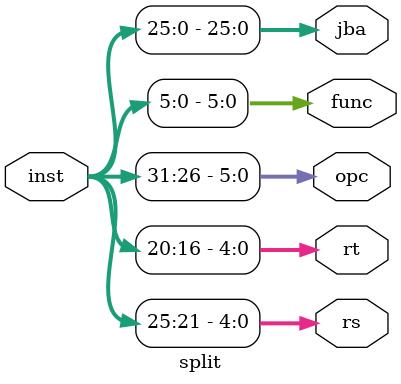
<source format=v>
`timescale 1ns / 1ps

module split(input [31:0] inst, output[4:0]rs,rt,output[5:0]opc,func,output[25:0]jba);
assign rs=inst[25:21];
assign rt=inst[20:16];
assign opc=inst[31:26];
assign func=inst[5:0];
assign jba=inst[25:0];
//se={{16{instruction[15]}},instruction[15:0]};
endmodule


</source>
